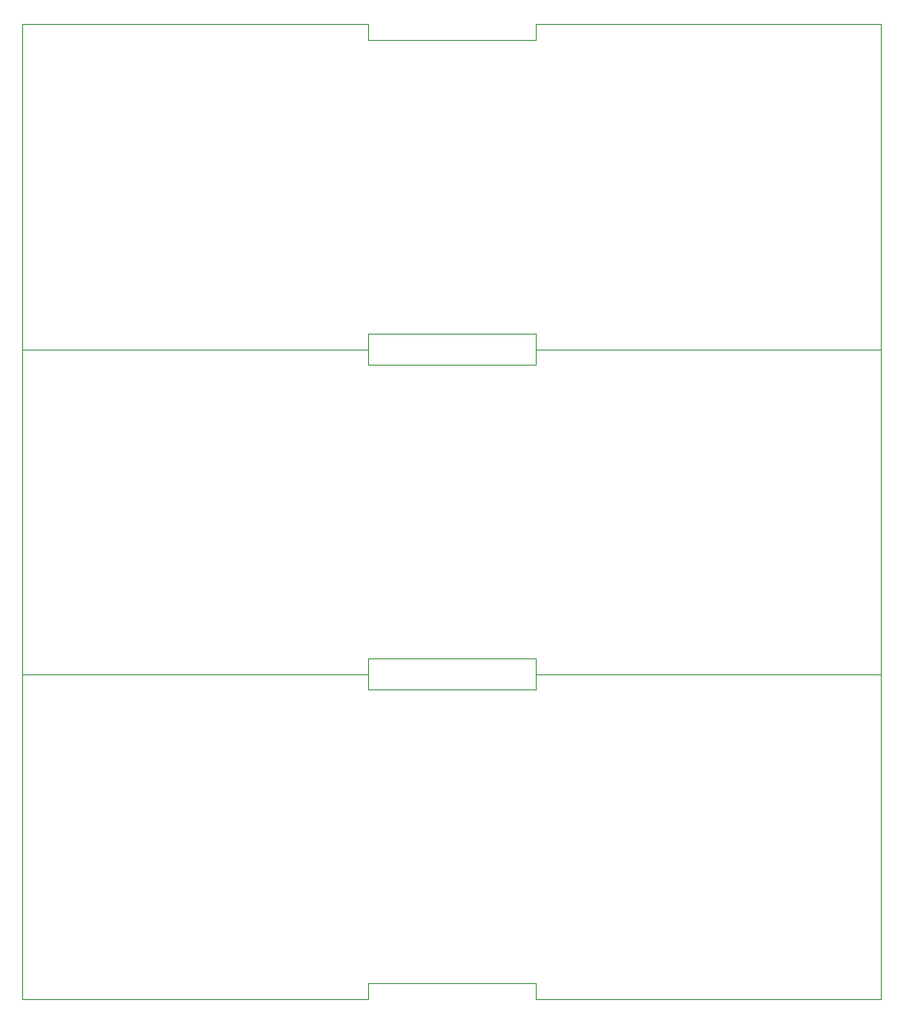
<source format=gbr>
%TF.GenerationSoftware,KiCad,Pcbnew,6.0.11-2627ca5db0~126~ubuntu20.04.1*%
%TF.CreationDate,2024-09-22T20:55:53-05:00*%
%TF.ProjectId,,58585858-5858-4585-9858-585858585858,rev?*%
%TF.SameCoordinates,Original*%
%TF.FileFunction,Profile,NP*%
%FSLAX46Y46*%
G04 Gerber Fmt 4.6, Leading zero omitted, Abs format (unit mm)*
G04 Created by KiCad (PCBNEW 6.0.11-2627ca5db0~126~ubuntu20.04.1) date 2024-09-22 20:55:53*
%MOMM*%
%LPD*%
G01*
G04 APERTURE LIST*
%TA.AperFunction,Profile*%
%ADD10C,0.100000*%
%TD*%
G04 APERTURE END LIST*
D10*
X93196000Y-98957000D02*
X126196000Y-98957000D01*
X77196000Y-129957000D02*
X77196000Y-128457000D01*
X77196000Y-98957000D02*
X77196000Y-100457000D01*
X44196000Y-98957000D02*
X77196000Y-98957000D01*
X93196000Y-129957000D02*
X126196000Y-129957000D01*
X126196000Y-98957000D02*
X126196000Y-129957000D01*
X44196000Y-129957000D02*
X77196000Y-129957000D01*
X44196000Y-98957000D02*
X44196000Y-129957000D01*
X77196000Y-128457000D02*
X93196000Y-128457000D01*
X93196000Y-98957000D02*
X93196000Y-100457000D01*
X93196000Y-129957000D02*
X93196000Y-128457000D01*
X77196000Y-100457000D02*
X93196000Y-100457000D01*
X93196000Y-67957000D02*
X126196000Y-67957000D01*
X77196000Y-98957000D02*
X77196000Y-97457000D01*
X77196000Y-67957000D02*
X77196000Y-69457000D01*
X44196000Y-67957000D02*
X77196000Y-67957000D01*
X93196000Y-98957000D02*
X126196000Y-98957000D01*
X126196000Y-67957000D02*
X126196000Y-98957000D01*
X44196000Y-98957000D02*
X77196000Y-98957000D01*
X44196000Y-67957000D02*
X44196000Y-98957000D01*
X77196000Y-97457000D02*
X93196000Y-97457000D01*
X93196000Y-67957000D02*
X93196000Y-69457000D01*
X93196000Y-98957000D02*
X93196000Y-97457000D01*
X77196000Y-69457000D02*
X93196000Y-69457000D01*
X77196000Y-38457000D02*
X93196000Y-38457000D01*
X93196000Y-67957000D02*
X93196000Y-66457000D01*
X93196000Y-36957000D02*
X93196000Y-38457000D01*
X77196000Y-66457000D02*
X93196000Y-66457000D01*
X44196000Y-36957000D02*
X44196000Y-67957000D01*
X44196000Y-67957000D02*
X77196000Y-67957000D01*
X126196000Y-36957000D02*
X126196000Y-67957000D01*
X93196000Y-67957000D02*
X126196000Y-67957000D01*
X44196000Y-36957000D02*
X77196000Y-36957000D01*
X77196000Y-36957000D02*
X77196000Y-38457000D01*
X77196000Y-67957000D02*
X77196000Y-66457000D01*
X93196000Y-36957000D02*
X126196000Y-36957000D01*
M02*

</source>
